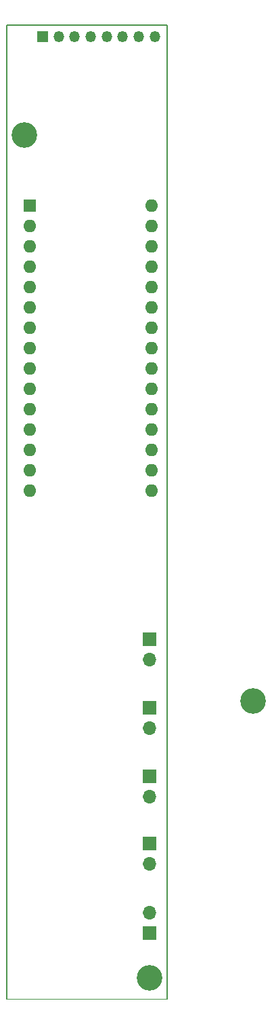
<source format=gbs>
G04 #@! TF.GenerationSoftware,KiCad,Pcbnew,(6.0.6)*
G04 #@! TF.CreationDate,2022-09-02T14:12:24+02:00*
G04 #@! TF.ProjectId,PAINTREv4,5041494e-5452-4457-9634-2e6b69636164,rev?*
G04 #@! TF.SameCoordinates,Original*
G04 #@! TF.FileFunction,Soldermask,Bot*
G04 #@! TF.FilePolarity,Negative*
%FSLAX46Y46*%
G04 Gerber Fmt 4.6, Leading zero omitted, Abs format (unit mm)*
G04 Created by KiCad (PCBNEW (6.0.6)) date 2022-09-02 14:12:24*
%MOMM*%
%LPD*%
G01*
G04 APERTURE LIST*
G04 #@! TA.AperFunction,Profile*
%ADD10C,0.150000*%
G04 #@! TD*
G04 #@! TA.AperFunction,Profile*
%ADD11C,0.100000*%
G04 #@! TD*
%ADD12R,1.600000X1.600000*%
%ADD13O,1.600000X1.600000*%
%ADD14C,3.200000*%
%ADD15R,1.350000X1.350000*%
%ADD16O,1.350000X1.350000*%
%ADD17O,1.700000X1.700000*%
%ADD18R,1.700000X1.700000*%
G04 APERTURE END LIST*
D10*
X144200000Y-32450000D02*
X144200000Y-154000000D01*
X124200000Y-154000000D02*
X124200000Y-32450000D01*
D11*
X124200000Y-154000000D02*
X144200000Y-154000000D01*
D10*
X124200000Y-32450000D02*
X144200000Y-32450000D01*
D12*
X127000000Y-55000000D03*
D13*
X127000000Y-57540000D03*
X127000000Y-60080000D03*
X127000000Y-62620000D03*
X127000000Y-65160000D03*
X127000000Y-67700000D03*
X127000000Y-70240000D03*
X127000000Y-72780000D03*
X127000000Y-75320000D03*
X127000000Y-77860000D03*
X127000000Y-80400000D03*
X127000000Y-82940000D03*
X127000000Y-85480000D03*
X127000000Y-88020000D03*
X127000000Y-90560000D03*
X142240000Y-90560000D03*
X142240000Y-88020000D03*
X142240000Y-85480000D03*
X142240000Y-82940000D03*
X142240000Y-80400000D03*
X142240000Y-77860000D03*
X142240000Y-75320000D03*
X142240000Y-72780000D03*
X142240000Y-70240000D03*
X142240000Y-67700000D03*
X142240000Y-65160000D03*
X142240000Y-62620000D03*
X142240000Y-60080000D03*
X142240000Y-57540000D03*
X142240000Y-55000000D03*
D14*
X142000000Y-151400000D03*
X154940000Y-116840000D03*
D15*
X128665000Y-33950000D03*
D16*
X130665000Y-33950000D03*
X132665000Y-33950000D03*
X134665000Y-33950000D03*
X136665000Y-33950000D03*
X138665000Y-33950000D03*
X140665000Y-33950000D03*
X142665000Y-33950000D03*
D17*
X142025000Y-128750000D03*
D18*
X142025000Y-126210000D03*
D17*
X142025000Y-120210000D03*
D18*
X142025000Y-117670000D03*
D14*
X126400000Y-46200000D03*
D17*
X142025000Y-137147000D03*
D18*
X142025000Y-134607000D03*
D17*
X142000000Y-143250000D03*
D18*
X142000000Y-145790000D03*
X142025000Y-109095000D03*
D17*
X142025000Y-111635000D03*
M02*

</source>
